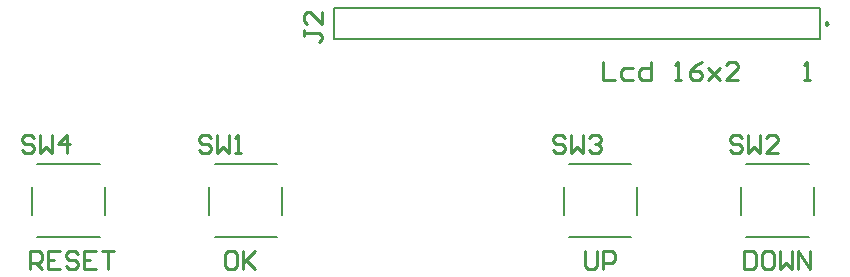
<source format=gto>
G04*
G04 #@! TF.GenerationSoftware,Altium Limited,Altium Designer,21.3.2 (30)*
G04*
G04 Layer_Color=65535*
%FSLAX25Y25*%
%MOIN*%
G70*
G04*
G04 #@! TF.SameCoordinates,3DC595B4-C491-417C-8E84-26B3D1DC1506*
G04*
G04*
G04 #@! TF.FilePolarity,Positive*
G04*
G01*
G75*
%ADD10C,0.00984*%
%ADD11C,0.00787*%
%ADD12C,0.01000*%
D10*
X331890Y157480D02*
X331152Y157906D01*
Y157054D01*
X331890Y157480D01*
D11*
X329035Y152224D02*
Y162736D01*
X167028D02*
X329035D01*
X167028Y152224D02*
Y162736D01*
Y152224D02*
X329035D01*
X68307Y110630D02*
X89173D01*
X66535Y93701D02*
Y103150D01*
X90945Y93701D02*
Y103150D01*
X68307Y86220D02*
X89173D01*
X245472Y110630D02*
X266339D01*
X243701Y93701D02*
Y103150D01*
X268110Y93701D02*
Y103150D01*
X245472Y86220D02*
X266339D01*
X304528Y110630D02*
X325394D01*
X302756Y93701D02*
Y103150D01*
X327165Y93701D02*
Y103150D01*
X304528Y86220D02*
X325394D01*
X127362Y110630D02*
X148228D01*
X125591Y93701D02*
Y103150D01*
X150000Y93701D02*
Y103150D01*
X127362Y86220D02*
X148228D01*
D12*
X323835Y138795D02*
X325834D01*
X324834D01*
Y144793D01*
X323835Y143794D01*
X256906Y144793D02*
Y138795D01*
X260904D01*
X266902Y142794D02*
X263903D01*
X262904Y141794D01*
Y139795D01*
X263903Y138795D01*
X266902D01*
X272900Y144793D02*
Y138795D01*
X269901D01*
X268902Y139795D01*
Y141794D01*
X269901Y142794D01*
X272900D01*
X280898Y138795D02*
X282897D01*
X281897D01*
Y144793D01*
X280898Y143794D01*
X289895Y144793D02*
X287895Y143794D01*
X285896Y141794D01*
Y139795D01*
X286896Y138795D01*
X288895D01*
X289895Y139795D01*
Y140795D01*
X288895Y141794D01*
X285896D01*
X291894Y142794D02*
X295893Y138795D01*
X293894Y140795D01*
X295893Y142794D01*
X291894Y138795D01*
X301891D02*
X297892D01*
X301891Y142794D01*
Y143794D01*
X300891Y144793D01*
X298892D01*
X297892Y143794D01*
X303964Y81739D02*
Y75741D01*
X306963D01*
X307963Y76741D01*
Y80739D01*
X306963Y81739D01*
X303964D01*
X312961D02*
X310962D01*
X309962Y80739D01*
Y76741D01*
X310962Y75741D01*
X312961D01*
X313961Y76741D01*
Y80739D01*
X312961Y81739D01*
X315960D02*
Y75741D01*
X317960Y77741D01*
X319959Y75741D01*
Y81739D01*
X321958Y75741D02*
Y81739D01*
X325957Y75741D01*
Y81739D01*
X250907D02*
Y76741D01*
X251907Y75741D01*
X253906D01*
X254906Y76741D01*
Y81739D01*
X256905Y75741D02*
Y81739D01*
X259904D01*
X260904Y80739D01*
Y78740D01*
X259904Y77741D01*
X256905D01*
X65961Y75803D02*
Y81801D01*
X68960D01*
X69959Y80801D01*
Y78802D01*
X68960Y77802D01*
X65961D01*
X67960D02*
X69959Y75803D01*
X75957Y81801D02*
X71959D01*
Y75803D01*
X75957D01*
X71959Y78802D02*
X73958D01*
X81955Y80801D02*
X80956Y81801D01*
X78956D01*
X77957Y80801D01*
Y79802D01*
X78956Y78802D01*
X80956D01*
X81955Y77802D01*
Y76803D01*
X80956Y75803D01*
X78956D01*
X77957Y76803D01*
X87954Y81801D02*
X83955D01*
Y75803D01*
X87954D01*
X83955Y78802D02*
X85954D01*
X89953Y81801D02*
X93952D01*
X91952D01*
Y75803D01*
X133920Y81801D02*
X131921D01*
X130921Y80801D01*
Y76803D01*
X131921Y75803D01*
X133920D01*
X134920Y76803D01*
Y80801D01*
X133920Y81801D01*
X136919D02*
Y75803D01*
Y77802D01*
X140918Y81801D01*
X137919Y78802D01*
X140918Y75803D01*
X157283Y155429D02*
Y153430D01*
Y154430D01*
X162282D01*
X163282Y153430D01*
Y152430D01*
X162282Y151431D01*
X163282Y161427D02*
Y157429D01*
X159283Y161427D01*
X158283D01*
X157283Y160428D01*
Y158428D01*
X158283Y157429D01*
X67099Y119498D02*
X66099Y120498D01*
X64100D01*
X63100Y119498D01*
Y118499D01*
X64100Y117499D01*
X66099D01*
X67099Y116499D01*
Y115500D01*
X66099Y114500D01*
X64100D01*
X63100Y115500D01*
X69098Y120498D02*
Y114500D01*
X71097Y116499D01*
X73097Y114500D01*
Y120498D01*
X78095Y114500D02*
Y120498D01*
X75096Y117499D01*
X79095D01*
X244299Y119498D02*
X243299Y120498D01*
X241300D01*
X240300Y119498D01*
Y118499D01*
X241300Y117499D01*
X243299D01*
X244299Y116499D01*
Y115500D01*
X243299Y114500D01*
X241300D01*
X240300Y115500D01*
X246298Y120498D02*
Y114500D01*
X248297Y116499D01*
X250297Y114500D01*
Y120498D01*
X252296Y119498D02*
X253296Y120498D01*
X255295D01*
X256295Y119498D01*
Y118499D01*
X255295Y117499D01*
X254295D01*
X255295D01*
X256295Y116499D01*
Y115500D01*
X255295Y114500D01*
X253296D01*
X252296Y115500D01*
X303299Y119498D02*
X302299Y120498D01*
X300300D01*
X299300Y119498D01*
Y118499D01*
X300300Y117499D01*
X302299D01*
X303299Y116499D01*
Y115500D01*
X302299Y114500D01*
X300300D01*
X299300Y115500D01*
X305298Y120498D02*
Y114500D01*
X307297Y116499D01*
X309297Y114500D01*
Y120498D01*
X315295Y114500D02*
X311296D01*
X315295Y118499D01*
Y119498D01*
X314295Y120498D01*
X312296D01*
X311296Y119498D01*
X126199D02*
X125199Y120498D01*
X123200D01*
X122200Y119498D01*
Y118499D01*
X123200Y117499D01*
X125199D01*
X126199Y116499D01*
Y115500D01*
X125199Y114500D01*
X123200D01*
X122200Y115500D01*
X128198Y120498D02*
Y114500D01*
X130197Y116499D01*
X132197Y114500D01*
Y120498D01*
X134196Y114500D02*
X136196D01*
X135196D01*
Y120498D01*
X134196Y119498D01*
M02*

</source>
